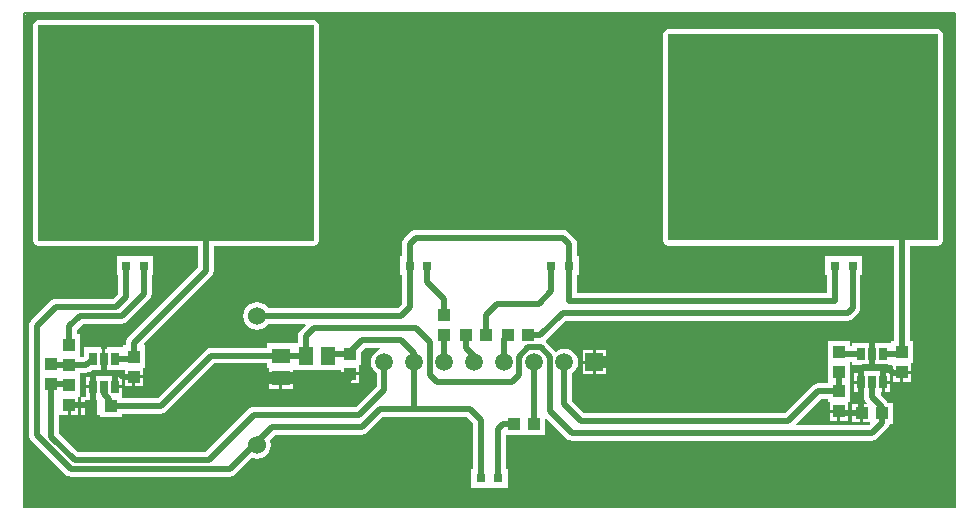
<source format=gbl>
%FSDAX24Y24*%
%MOIN*%
%SFA1B1*%

%IPPOS*%
%ADD10C,0.060000*%
%ADD11C,0.059100*%
%ADD12R,0.059100X0.059100*%
%ADD13R,0.043300X0.039400*%
%ADD14R,0.039400X0.043300*%
%ADD15R,0.059100X0.051200*%
%ADD16R,0.031500X0.031500*%
%ADD17R,0.051200X0.059100*%
%ADD18R,0.025600X0.043300*%
%ADD19C,0.019700*%
%ADD20C,0.039400*%
%ADD21R,0.920000X0.720000*%
%ADD22R,0.900000X0.690000*%
%ADD35C,0.010000*%
%ADD40C,0.005000*%
%ADD41C,0.020000*%
%ADD42C,0.040000*%
%ADD43C,0.080000*%
%ADD44C,0.160000*%
%ADD45C,0.320000*%
%ADD46C,0.640000*%
%LNde-151116-1*%
%LPD*%
G54D40*
X050810Y020880D02*
X019787D01*
Y037336*
X050810*
Y020880*
G54D35*
X050760Y020930D02*
X019837D01*
Y037286*
X050760*
Y020930*
G54D41*
X050660Y021030D02*
X019937D01*
Y037186*
X050660*
Y021030*
G54D42*
X050460Y021230D02*
X020137D01*
Y036986*
X050460*
Y021230*
G54D43*
X050060Y021630D02*
X020537D01*
Y036586*
X050060*
Y021630*
G54D44*
X049260Y022430D02*
X021337D01*
Y035786*
X049260*
Y022430*
G54D45*
X047660Y024030D02*
X022937D01*
Y034186*
X047660*
Y024030*
G54D46*
X044460Y027230D02*
X026137D01*
Y030986*
X044460*
Y027230*
%LNde-151116-2*%
%LPC*%
G36*
X037750Y030102D02*
X032850D01*
X032783Y030093*
X032721Y030067*
X032667Y030026*
X032458Y029817*
X032417Y029763*
X032391Y029701*
X032382Y029634*
Y029236*
X032326*
Y028606*
X032382*
Y027641*
X032243Y027502*
X027929*
X027876Y027570*
X027781Y027643*
X027669Y027689*
X027550Y027705*
X027431Y027689*
X027319Y027643*
X027224Y027570*
X027150Y027474*
X027104Y027363*
X027089Y027244*
X027104Y027124*
X027150Y027013*
X027224Y026917*
X027319Y026844*
X027431Y026798*
X027550Y026782*
X027669Y026798*
X027781Y026844*
X027876Y026917*
X027929Y026986*
X029162*
X029181Y026939*
X028993Y026752*
X028952Y026699*
X028927Y026636*
X028918Y026570*
Y026346*
X028763*
Y026331*
X027897*
Y026176*
X026024*
X025957Y026167*
X025895Y026141*
X025842Y026100*
X024243Y024502*
X023059*
Y024598*
X023052*
Y024828*
X022824*
Y024878*
X022774*
Y025194*
X022735*
Y025252*
X022165*
Y025194*
X022126*
Y024878*
X022076*
Y024828*
X021848*
Y024561*
X021807Y024541*
X021699*
Y024294*
X022015*
Y024244*
X022065*
Y023947*
X022311*
Y023889*
X023059*
Y023986*
X024350*
X024417Y023994*
X024479Y024020*
X024533Y024061*
X026131Y025660*
X027897*
Y025504*
X027955*
Y025220*
X028745*
Y025398*
X028763Y025441*
X030337*
X030353Y025397*
Y025364*
X030947*
Y025609*
X031004*
Y026033*
X031157Y026186*
X031657*
X031667Y026136*
X031570Y026095*
X031475Y026023*
X031403Y025928*
X031357Y025818*
X031341Y025700*
X031357Y025582*
X031403Y025472*
X031475Y025377*
X031540Y025327*
Y024899*
X030843Y024202*
X027450*
X027383Y024193*
X027321Y024167*
X027267Y024126*
X025843Y022702*
X021577*
X020958Y023320*
Y023931*
X021003Y023943*
X021250*
Y024259*
X021300*
Y024309*
X021597*
Y024554*
X021654*
Y025235*
Y025351*
X021863*
X021929Y025360*
X021992Y025386*
X022045Y025427*
X022067Y025448*
X022361*
Y025506*
X022400*
Y025822*
Y026139*
X022361*
Y026196*
X021791*
Y025902*
X021756Y025867*
X021654*
Y026652*
X021558*
Y026787*
X021757Y026986*
X023050*
X023117Y026994*
X023179Y027020*
X023233Y027061*
X023965Y027793*
X024006Y027847*
X024032Y027909*
X024040Y027976*
Y028606*
X024097*
Y029236*
X022877*
Y028606*
X022934*
Y027992*
X022743Y027802*
X020850*
X020783Y027793*
X020721Y027767*
X020667Y027726*
X020027Y027086*
X019986Y027033*
X019961Y026971*
X019952Y026904*
Y023284*
X019961Y023217*
X019986Y023155*
X020027Y023101*
X021167Y021961*
X021221Y021920*
X021283Y021894*
X021350Y021886*
X026650*
X026717Y021894*
X026779Y021920*
X026833Y021961*
X027387Y022516*
X027431Y022498*
X027550Y022482*
X027669Y022498*
X027781Y022544*
X027876Y022617*
X027950Y022713*
X027996Y022824*
X028011Y022944*
X027996Y023063*
X027978Y023106*
X028157Y023286*
X031050*
X031117Y023294*
X031179Y023320*
X031233Y023361*
X031757Y023886*
X034543*
X034745Y023684*
Y022149*
X034688*
Y021519*
X035908*
Y022149*
X035851*
Y023289*
X037159*
Y023805*
X037205Y023824*
X037867Y023161*
X037921Y023120*
X037983Y023094*
X038050Y023086*
X048050*
X048117Y023094*
X048179Y023120*
X048233Y023161*
X048567Y023496*
X048608Y023549*
X048634Y023612*
X048638Y023646*
X048759*
Y024354*
X048596*
X048567Y024392*
X048349Y024609*
X048335Y024654*
Y024711*
X048374*
Y025028*
Y025344*
X048335*
Y025402*
X047765*
Y025344*
X047726*
Y025028*
Y024711*
X047765*
Y024654*
X047792*
Y024544*
X047801Y024477*
X047826Y024415*
X047867Y024361*
X047886Y024343*
X047867Y024297*
X047765*
Y024000*
Y023703*
X047974*
X047994Y023653*
X047943Y023602*
X045538*
X045519Y023648*
X046348Y024477*
X046596*
Y024361*
X046653*
Y024115*
X046950*
X047247*
Y024361*
X047304*
Y024991*
Y025714*
X047391*
Y025598*
X047961*
Y025656*
X048000*
Y025972*
Y026289*
X047961*
Y026346*
X047391*
Y026231*
X047304*
Y026409*
X046596*
Y025661*
Y024993*
X046241*
X046174Y024984*
X046112Y024958*
X046058Y024917*
X045143Y024002*
X038457*
X038056Y024403*
Y025327*
X038121Y025377*
X038194Y025472*
X038239Y025582*
X038255Y025700*
X038239Y025818*
X038194Y025928*
X038121Y026023*
X038026Y026095*
X037916Y026141*
X037798Y026157*
X037680Y026141*
X037570Y026095*
X037507Y026048*
X037487Y026074*
X037200Y026361*
X037195Y026376*
X037194Y026409*
X037199Y026428*
X037857Y027086*
X047250*
X047317Y027094*
X047379Y027120*
X047433Y027161*
X047587Y027316*
X047628Y027369*
X047654Y027431*
X047662Y027498*
Y028606*
X047719*
Y029236*
X046499*
Y028606*
X046556*
Y028002*
X038214*
Y028606*
X038270*
Y029236*
X038214*
Y029638*
X038205Y029705*
X038179Y029767*
X038138Y029821*
X037933Y030026*
X037879Y030067*
X037817Y030093*
X037750Y030102*
G37*
G36*
X039193Y026095D02*
X038848D01*
Y025750*
X039193*
Y026095*
G37*
G36*
X038748D02*
X038403D01*
Y025750*
X038748*
Y026095*
G37*
G36*
X050250Y036804D02*
X041250D01*
X041189Y036792*
X041136Y036757*
X041102Y036705*
X041089Y036644*
Y029744*
X041102Y029682*
X041136Y029630*
X041189Y029595*
X041250Y029583*
X048792*
Y026409*
X048696*
Y026346*
X048139*
Y026289*
X048100*
Y025972*
Y025656*
X048139*
Y025598*
X048709*
X048753Y025583*
Y025415*
X049050*
X049347*
Y025661*
X049404*
Y026409*
X049308*
Y029583*
X050250*
X050311Y029595*
X050364Y029630*
X050398Y029682*
X050411Y029744*
Y036644*
X050398Y036705*
X050364Y036757*
X050311Y036792*
X050250Y036804*
G37*
G36*
X039193Y025650D02*
X038848D01*
Y025305*
X039193*
Y025650*
G37*
G36*
X038748D02*
X038403D01*
Y025305*
X038748*
Y025650*
G37*
G36*
X029450Y037104D02*
X020250D01*
X020189Y037092*
X020136Y037057*
X020102Y037005*
X020089Y036944*
Y029744*
X020102Y029682*
X020136Y029630*
X020189Y029595*
X020250Y029583*
X025592*
Y028851*
X023267Y026526*
X023226Y026473*
X023201Y026411*
X023192Y026344*
Y026259*
X023096*
Y026196*
X022539*
Y026139*
X022500*
Y025822*
Y025506*
X022539*
Y025448*
X023109*
X023153Y025433*
Y025265*
X023450*
X023747*
Y025511*
X023804*
Y026259*
X023795*
X023776Y026305*
X026033Y028561*
X026074Y028615*
X026099Y028677*
X026108Y028744*
Y029583*
X029450*
X029511Y029595*
X029564Y029630*
X029598Y029682*
X029611Y029744*
Y036944*
X029598Y037005*
X029564Y037057*
X029511Y037092*
X029450Y037104*
G37*
G36*
X048652Y025344D02*
X048474D01*
Y025078*
X048652*
Y025344*
G37*
G36*
X047626D02*
X047448D01*
Y025078*
X047626*
Y025344*
G37*
G36*
X049347Y025315D02*
X049100D01*
Y025049*
X049347*
Y025315*
G37*
G36*
X049000D02*
X048753D01*
Y025049*
X049000*
Y025315*
G37*
G36*
X030947Y025264D02*
X030700D01*
Y024997*
X030947*
Y025264*
G37*
G36*
X030600D02*
X030353D01*
Y024997*
X030600*
Y025264*
G37*
G36*
X023052Y025194D02*
X022874D01*
Y024928*
X023052*
Y025194*
G37*
G36*
X022026D02*
X021848D01*
Y024928*
X022026*
Y025194*
G37*
G36*
X023747Y025165D02*
X023500D01*
Y024899*
X023747*
Y025165*
G37*
G36*
X023400D02*
X023153D01*
Y024899*
X023400*
Y025165*
G37*
G36*
X028745Y025120D02*
X028400D01*
Y024814*
X028745*
Y025120*
G37*
G36*
X028300D02*
X027955D01*
Y024814*
X028300*
Y025120*
G37*
G36*
X048652Y024978D02*
X048474D01*
Y024711*
X048652*
Y024978*
G37*
G36*
X047626D02*
X047448D01*
Y024711*
X047626*
Y024978*
G37*
G36*
X047665Y024297D02*
X047399D01*
Y024050*
X047665*
Y024297*
G37*
G36*
X021965Y024194D02*
X021699D01*
Y023947*
X021965*
Y024194*
G37*
G36*
X021597Y024209D02*
X021350D01*
Y023943*
X021597*
Y024209*
G37*
G36*
X047247Y024015D02*
X047000D01*
Y023749*
X047247*
Y024015*
G37*
G36*
X046900D02*
X046653D01*
Y023749*
X046900*
Y024015*
G37*
G36*
X047665Y023950D02*
X047399D01*
Y023703*
X047665*
Y023950*
G37*
%LNde-151116-3*%
%LPD*%
G54D10*
X027550Y027244D03*
Y022944D03*
G54D11*
X031798Y025700D03*
X032798D03*
X033798D03*
X034798D03*
X035798D03*
X036798D03*
X037798D03*
G54D12*
X038798Y025700D03*
G54D13*
X036115Y023644D03*
X036785D03*
X022015Y024244D03*
X022685D03*
X036585Y026594D03*
X035915D03*
X035185D03*
X034515D03*
X047715Y024000D03*
X048385D03*
G54D14*
X023450Y025885D03*
Y025215D03*
X049050Y026035D03*
Y025365D03*
X030650Y025314D03*
Y025983D03*
X021300Y026278D03*
Y025609D03*
X033798Y027278D03*
Y026609D03*
X046950Y025365D03*
Y026035D03*
Y024065D03*
Y024735D03*
X020700Y024959D03*
Y025628D03*
X021300Y024259D03*
Y024928D03*
G54D15*
X028350Y025170D03*
Y025918D03*
G54D16*
X046814Y028921D03*
X047404D03*
X023192D03*
X023782D03*
X037956D03*
X037365D03*
X032641D03*
X033231D03*
X035003Y021834D03*
X035593D03*
G54D17*
X029924Y025894D03*
X029176D03*
G54D18*
X022076Y024878D03*
X022450D03*
X022824D03*
Y025822D03*
X022450D03*
X022076D03*
X047676Y025028D03*
X048050D03*
X048424D03*
Y025972D03*
X048050D03*
X047676D03*
G54D19*
X037750Y029844D02*
X037956Y029638D01*
X032850Y029844D02*
X037750D01*
X032641Y029634D02*
X032850Y029844D01*
X023192Y027885D02*
Y028921D01*
X022850Y027544D02*
X023192Y027885D01*
X020850Y027544D02*
X022850D01*
X023782Y027976D02*
Y028921D01*
X023050Y027244D02*
X023782Y027976D01*
X021650Y027244D02*
X023050D01*
X046241Y024735D02*
X046950D01*
X045250Y023744D02*
X046241Y024735D01*
X038350Y023744D02*
X045250D01*
X037798Y024296D02*
X038350Y023744D01*
X037798Y024296D02*
Y025700D01*
X038050Y023344D02*
X048050D01*
X037304Y024089D02*
X038050Y023344D01*
X037304Y024089D02*
Y025892D01*
X032641Y027534D02*
Y028921D01*
X032350Y027244D02*
X032641Y027534D01*
X027647Y027244D02*
X032350D01*
X032850Y026844D02*
X033304Y026389D01*
X029450Y026844D02*
X032850D01*
X029176Y026570D02*
X029450Y026844D01*
X027550Y027341D02*
X027647Y027244D01*
X027550D02*
Y027341D01*
X028050Y023544D02*
X031050D01*
X026650Y022144D02*
X028050Y023544D01*
X021350Y022144D02*
X026650D01*
X032641Y028921D02*
Y029634D01*
X037956Y028921D02*
Y029638D01*
X035003Y021834D02*
Y023791D01*
X034650Y024144D02*
X035003Y023791D01*
X031650Y024144D02*
X034650D01*
X035593Y021834D02*
Y023487D01*
X021300Y026894D02*
X021650Y027244D01*
X029924Y025894D02*
X030013Y025983D01*
X031050Y023544D02*
X031650Y024144D01*
X030650Y025983D02*
Y026044D01*
X030013Y025983D02*
X030650D01*
Y026044D02*
X031050Y026444D01*
X032350D02*
X032798Y025996D01*
X031050Y026444D02*
X032350D01*
X032798Y024144D02*
Y025700D01*
Y025996*
X037956Y027744D02*
Y028921D01*
Y027744D02*
X046814D01*
Y028921*
X022450Y024626D02*
X022614Y024463D01*
X022685Y024244*
X022450Y024626D02*
Y024878D01*
X022685Y024244D02*
X024350D01*
X026024Y025918*
X028350*
X029152*
X029176Y025894D02*
Y026570D01*
X029152Y025918D02*
X029176Y025894D01*
X048385Y023678D02*
Y024000D01*
X048050Y024544D02*
Y025028D01*
Y023344D02*
X048385Y023678D01*
X048050Y024544D02*
X048385Y024209D01*
Y024000D02*
Y024209D01*
X036292Y025892D02*
X036594Y026194D01*
X037003D02*
X037304Y025892D01*
X036594Y026194D02*
X037003D01*
X027450Y023944D02*
X030950D01*
X025950Y022444D02*
X027450Y023944D01*
X030950D02*
X031798Y024792D01*
X021470Y022444D02*
X025950D01*
X031798Y024792D02*
Y025700D01*
X020700Y025628D02*
X020719Y025609D01*
X021300*
X021863*
X022076Y025822*
X020700Y023214D02*
Y024959D01*
Y023214D02*
X021470Y022444D01*
X020700Y024959D02*
X021269D01*
X021300Y024928*
X035798Y025700D02*
Y026476D01*
X035915Y026594*
X046950Y026035D02*
X047012Y025972D01*
X047676*
X046950Y024735D02*
Y025365D01*
X022824Y025822D02*
X023388D01*
X023450Y025885D02*
Y026344D01*
X023388Y025822D02*
X023450Y025885D01*
X025850Y028744D02*
Y029744D01*
X023450Y026344D02*
X025850Y028744D01*
X048424Y025972D02*
X048988D01*
X049050Y026035D02*
Y029744D01*
X036585Y026594D02*
X037000D01*
X037750Y027344*
X047250*
X047404Y027498*
Y028921*
X021300Y026278D02*
Y026894D01*
X035185Y026594D02*
Y027278D01*
X035550Y027644*
X036950*
X037365Y028059*
Y028921*
X033231Y028363D02*
X033798Y027796D01*
X033231Y028363D02*
Y028921D01*
X033798Y027278D02*
Y027796D01*
X036785Y023644D02*
Y025687D01*
X036798Y025700*
X034515Y026178D02*
Y026594D01*
Y026178D02*
X034798Y025896D01*
Y025700D02*
Y025896D01*
X033798Y025700D02*
Y026580D01*
X033785Y026594D02*
X033798Y026580D01*
X021300Y024259D02*
X022000D01*
X022076Y024335*
Y024878*
Y025270*
X022824Y024878D02*
Y025318D01*
X022076Y025270D02*
X022150Y025344D01*
X022950D02*
X023078Y025215D01*
X022150Y025344D02*
X022450D01*
X022950*
X022450D02*
Y025822D01*
X023078Y025215D02*
X023450D01*
X046950Y024065D02*
X047015Y024000D01*
X047676Y024039D02*
X047715Y024000D01*
X047015D02*
X047715D01*
X047676Y024039D02*
Y025028D01*
Y025470*
X048424Y025028D02*
Y025518D01*
X048550Y025544D02*
X048750Y025344D01*
X049028*
X047676Y025470D02*
X047750Y025544D01*
X048050*
Y025972*
Y025544D02*
X048450D01*
X049028Y025344D02*
X049050Y025365D01*
X048424Y025518D02*
X048450Y025544D01*
X047950Y026644D02*
X048050Y026544D01*
X048450Y025544D02*
X048550D01*
X048050Y025972D02*
Y026544D01*
X035593Y023487D02*
X035750Y023644D01*
X036115*
X036050Y025044D02*
X036292Y025285D01*
Y025892*
X033304Y025289D02*
Y026389D01*
Y025289D02*
X033550Y025044D01*
X036050*
X020210Y023284D02*
X021350Y022144D01*
X020210Y023284D02*
Y026904D01*
X020850Y027544*
G54D20*
X030506Y025170D02*
X030650Y025314D01*
X022015Y023678D02*
Y024244D01*
X022150Y023544D02*
X025450D01*
X022015Y023678D02*
X022150Y023544D01*
X025450D02*
X027076Y025170D01*
X028350D02*
X030506D01*
X027076D02*
X028350D01*
X038798Y025700D02*
X044706D01*
X045650Y026644*
X047950*
G54D21*
X024850Y033344D03*
G54D22*
X045750Y033194D03*
M02*
</source>
